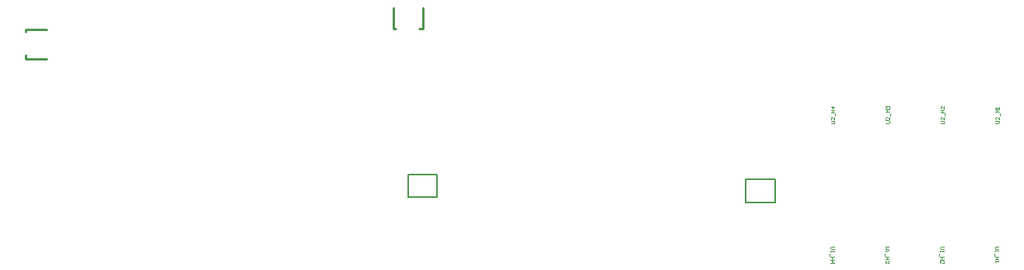
<source format=gm1>
G04*
G04 #@! TF.GenerationSoftware,Altium Limited,Altium Designer,18.1.9 (240)*
G04*
G04 Layer_Color=16711935*
%FSLAX25Y25*%
%MOIN*%
G70*
G01*
G75*
%ADD11C,0.00500*%
%ADD14C,0.01000*%
%ADD130C,0.00236*%
D11*
X501634Y197687D02*
X514232D01*
X501634D02*
Y207529D01*
X514232D01*
Y197687D02*
Y207529D01*
X356850Y199947D02*
X369449D01*
X356850D02*
Y209789D01*
X369449D01*
Y199947D02*
Y209789D01*
D14*
X350665Y272385D02*
X351665D01*
X350665D02*
Y281385D01*
X361665Y272385D02*
X363165D01*
Y281385D01*
X192917Y271000D02*
Y272000D01*
X201917D01*
X192917Y259500D02*
Y261000D01*
Y259500D02*
X201917D01*
D130*
X539574Y178650D02*
X538262D01*
X538000Y178387D01*
Y177863D01*
X538262Y177600D01*
X539574D01*
X538000Y177075D02*
Y176551D01*
Y176813D01*
X539574D01*
X539312Y177075D01*
X537738Y175763D02*
Y174714D01*
X539574Y174189D02*
X538000D01*
X538787D01*
Y173140D01*
X539574D01*
X538000D01*
Y171828D02*
X539574D01*
X538787Y172615D01*
Y171565D01*
X538166Y231736D02*
X539478D01*
X539740Y231999D01*
Y232523D01*
X539478Y232786D01*
X538166D01*
X539740Y234360D02*
Y233311D01*
X538691Y234360D01*
X538428D01*
X538166Y234098D01*
Y233573D01*
X538428Y233311D01*
X540002Y234885D02*
Y235934D01*
X538166Y236459D02*
X539740D01*
X538953D01*
Y237509D01*
X538166D01*
X539740D01*
Y238821D02*
X538166D01*
X538953Y238033D01*
Y239083D01*
X563074Y178724D02*
X561762D01*
X561500Y178462D01*
Y177937D01*
X561762Y177675D01*
X563074D01*
X561500Y177150D02*
Y176625D01*
Y176888D01*
X563074D01*
X562812Y177150D01*
X561238Y175838D02*
Y174789D01*
X563074Y174264D02*
X561500D01*
X562287D01*
Y173214D01*
X563074D01*
X561500D01*
X562812Y172690D02*
X563074Y172427D01*
Y171903D01*
X562812Y171640D01*
X562549D01*
X562287Y171903D01*
Y172165D01*
Y171903D01*
X562025Y171640D01*
X561762D01*
X561500Y171903D01*
Y172427D01*
X561762Y172690D01*
X561666Y231811D02*
X562978D01*
X563240Y232073D01*
Y232598D01*
X562978Y232861D01*
X561666D01*
X563240Y234435D02*
Y233385D01*
X562191Y234435D01*
X561928D01*
X561666Y234173D01*
Y233648D01*
X561928Y233385D01*
X563503Y234960D02*
Y236009D01*
X561666Y236534D02*
X563240D01*
X562453D01*
Y237583D01*
X561666D01*
X563240D01*
X561928Y238108D02*
X561666Y238371D01*
Y238895D01*
X561928Y239158D01*
X562191D01*
X562453Y238895D01*
Y238633D01*
Y238895D01*
X562715Y239158D01*
X562978D01*
X563240Y238895D01*
Y238371D01*
X562978Y238108D01*
X586574Y178650D02*
X585262D01*
X585000Y178387D01*
Y177863D01*
X585262Y177600D01*
X586574D01*
X585000Y177075D02*
Y176551D01*
Y176813D01*
X586574D01*
X586312Y177075D01*
X584738Y175763D02*
Y174714D01*
X586574Y174189D02*
X585000D01*
X585787D01*
Y173140D01*
X586574D01*
X585000D01*
Y171565D02*
Y172615D01*
X586050Y171565D01*
X586312D01*
X586574Y171828D01*
Y172352D01*
X586312Y172615D01*
X585166Y231736D02*
X586478D01*
X586740Y231999D01*
Y232523D01*
X586478Y232786D01*
X585166D01*
X586740Y234360D02*
Y233311D01*
X585691Y234360D01*
X585428D01*
X585166Y234098D01*
Y233573D01*
X585428Y233311D01*
X587003Y234885D02*
Y235934D01*
X585166Y236459D02*
X586740D01*
X585953D01*
Y237509D01*
X585166D01*
X586740D01*
Y239083D02*
Y238033D01*
X585691Y239083D01*
X585428D01*
X585166Y238821D01*
Y238296D01*
X585428Y238033D01*
X610074Y178709D02*
X608762D01*
X608500Y178446D01*
Y177921D01*
X608762Y177659D01*
X610074D01*
X608500Y177134D02*
Y176610D01*
Y176872D01*
X610074D01*
X609812Y177134D01*
X608238Y175822D02*
Y174773D01*
X610074Y174248D02*
X608500D01*
X609287D01*
Y173199D01*
X610074D01*
X608500D01*
Y172674D02*
Y172149D01*
Y172412D01*
X610074D01*
X609812Y172674D01*
X608666Y231795D02*
X609978D01*
X610240Y232058D01*
Y232582D01*
X609978Y232845D01*
X608666D01*
X610240Y234419D02*
Y233370D01*
X609191Y234419D01*
X608928D01*
X608666Y234157D01*
Y233632D01*
X608928Y233370D01*
X610502Y234944D02*
Y235993D01*
X608666Y236518D02*
X610240D01*
X609453D01*
Y237568D01*
X608666D01*
X610240D01*
Y238092D02*
Y238617D01*
Y238355D01*
X608666D01*
X608928Y238092D01*
M02*

</source>
